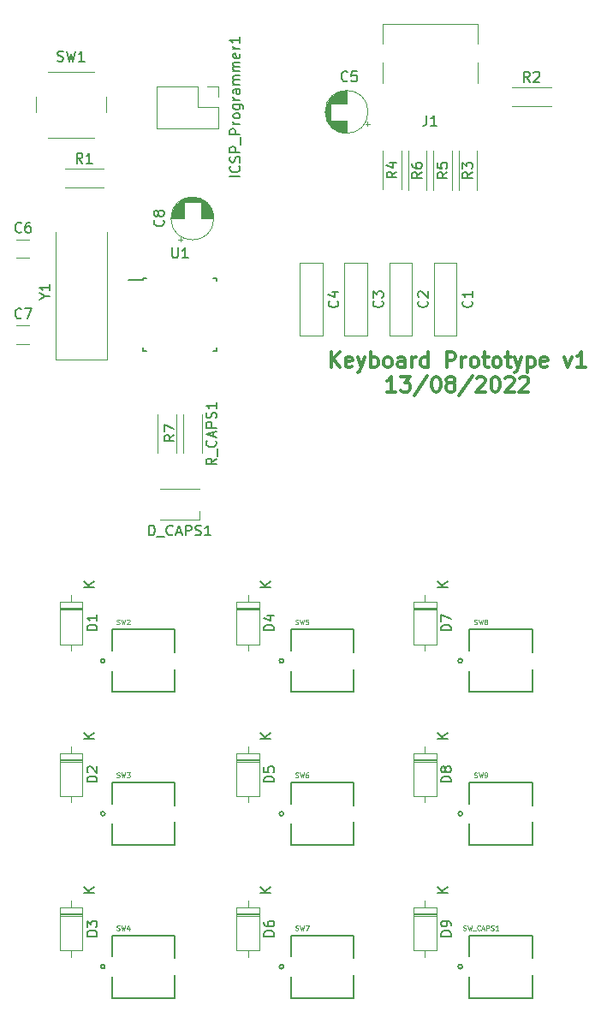
<source format=gto>
G04 #@! TF.GenerationSoftware,KiCad,Pcbnew,(6.0.5)*
G04 #@! TF.CreationDate,2022-08-13T18:19:54+10:00*
G04 #@! TF.ProjectId,test_microcontroller,74657374-5f6d-4696-9372-6f636f6e7472,rev?*
G04 #@! TF.SameCoordinates,Original*
G04 #@! TF.FileFunction,Legend,Top*
G04 #@! TF.FilePolarity,Positive*
%FSLAX46Y46*%
G04 Gerber Fmt 4.6, Leading zero omitted, Abs format (unit mm)*
G04 Created by KiCad (PCBNEW (6.0.5)) date 2022-08-13 18:19:54*
%MOMM*%
%LPD*%
G01*
G04 APERTURE LIST*
%ADD10C,0.300000*%
%ADD11C,0.150000*%
%ADD12C,0.120187*%
%ADD13C,0.120000*%
%ADD14C,0.127000*%
%ADD15C,0.200000*%
%ADD16R,1.600000X1.600000*%
%ADD17O,1.600000X1.600000*%
%ADD18R,1.508000X1.508000*%
%ADD19C,1.508000*%
%ADD20C,1.600000*%
%ADD21C,1.400000*%
%ADD22O,1.400000X1.400000*%
%ADD23R,1.200000X1.200000*%
%ADD24C,1.200000*%
%ADD25R,1.350000X1.350000*%
%ADD26O,1.350000X1.350000*%
%ADD27C,0.650000*%
%ADD28R,0.600000X1.450000*%
%ADD29R,0.300000X1.450000*%
%ADD30O,1.000000X1.600000*%
%ADD31O,1.000000X2.100000*%
%ADD32C,2.000000*%
%ADD33R,1.600000X0.550000*%
%ADD34R,0.550000X1.600000*%
%ADD35R,1.000000X0.800000*%
%ADD36R,2.000000X4.500000*%
G04 APERTURE END LIST*
D10*
X69214285Y-53221071D02*
X69214285Y-51721071D01*
X70071428Y-53221071D02*
X69428571Y-52363928D01*
X70071428Y-51721071D02*
X69214285Y-52578214D01*
X71285714Y-53149642D02*
X71142857Y-53221071D01*
X70857142Y-53221071D01*
X70714285Y-53149642D01*
X70642857Y-53006785D01*
X70642857Y-52435357D01*
X70714285Y-52292500D01*
X70857142Y-52221071D01*
X71142857Y-52221071D01*
X71285714Y-52292500D01*
X71357142Y-52435357D01*
X71357142Y-52578214D01*
X70642857Y-52721071D01*
X71857142Y-52221071D02*
X72214285Y-53221071D01*
X72571428Y-52221071D02*
X72214285Y-53221071D01*
X72071428Y-53578214D01*
X72000000Y-53649642D01*
X71857142Y-53721071D01*
X73142857Y-53221071D02*
X73142857Y-51721071D01*
X73142857Y-52292500D02*
X73285714Y-52221071D01*
X73571428Y-52221071D01*
X73714285Y-52292500D01*
X73785714Y-52363928D01*
X73857142Y-52506785D01*
X73857142Y-52935357D01*
X73785714Y-53078214D01*
X73714285Y-53149642D01*
X73571428Y-53221071D01*
X73285714Y-53221071D01*
X73142857Y-53149642D01*
X74714285Y-53221071D02*
X74571428Y-53149642D01*
X74500000Y-53078214D01*
X74428571Y-52935357D01*
X74428571Y-52506785D01*
X74500000Y-52363928D01*
X74571428Y-52292500D01*
X74714285Y-52221071D01*
X74928571Y-52221071D01*
X75071428Y-52292500D01*
X75142857Y-52363928D01*
X75214285Y-52506785D01*
X75214285Y-52935357D01*
X75142857Y-53078214D01*
X75071428Y-53149642D01*
X74928571Y-53221071D01*
X74714285Y-53221071D01*
X76500000Y-53221071D02*
X76500000Y-52435357D01*
X76428571Y-52292500D01*
X76285714Y-52221071D01*
X76000000Y-52221071D01*
X75857142Y-52292500D01*
X76500000Y-53149642D02*
X76357142Y-53221071D01*
X76000000Y-53221071D01*
X75857142Y-53149642D01*
X75785714Y-53006785D01*
X75785714Y-52863928D01*
X75857142Y-52721071D01*
X76000000Y-52649642D01*
X76357142Y-52649642D01*
X76500000Y-52578214D01*
X77214285Y-53221071D02*
X77214285Y-52221071D01*
X77214285Y-52506785D02*
X77285714Y-52363928D01*
X77357142Y-52292500D01*
X77500000Y-52221071D01*
X77642857Y-52221071D01*
X78785714Y-53221071D02*
X78785714Y-51721071D01*
X78785714Y-53149642D02*
X78642857Y-53221071D01*
X78357142Y-53221071D01*
X78214285Y-53149642D01*
X78142857Y-53078214D01*
X78071428Y-52935357D01*
X78071428Y-52506785D01*
X78142857Y-52363928D01*
X78214285Y-52292500D01*
X78357142Y-52221071D01*
X78642857Y-52221071D01*
X78785714Y-52292500D01*
X80642857Y-53221071D02*
X80642857Y-51721071D01*
X81214285Y-51721071D01*
X81357142Y-51792500D01*
X81428571Y-51863928D01*
X81500000Y-52006785D01*
X81500000Y-52221071D01*
X81428571Y-52363928D01*
X81357142Y-52435357D01*
X81214285Y-52506785D01*
X80642857Y-52506785D01*
X82142857Y-53221071D02*
X82142857Y-52221071D01*
X82142857Y-52506785D02*
X82214285Y-52363928D01*
X82285714Y-52292500D01*
X82428571Y-52221071D01*
X82571428Y-52221071D01*
X83285714Y-53221071D02*
X83142857Y-53149642D01*
X83071428Y-53078214D01*
X83000000Y-52935357D01*
X83000000Y-52506785D01*
X83071428Y-52363928D01*
X83142857Y-52292500D01*
X83285714Y-52221071D01*
X83500000Y-52221071D01*
X83642857Y-52292500D01*
X83714285Y-52363928D01*
X83785714Y-52506785D01*
X83785714Y-52935357D01*
X83714285Y-53078214D01*
X83642857Y-53149642D01*
X83500000Y-53221071D01*
X83285714Y-53221071D01*
X84214285Y-52221071D02*
X84785714Y-52221071D01*
X84428571Y-51721071D02*
X84428571Y-53006785D01*
X84500000Y-53149642D01*
X84642857Y-53221071D01*
X84785714Y-53221071D01*
X85500000Y-53221071D02*
X85357142Y-53149642D01*
X85285714Y-53078214D01*
X85214285Y-52935357D01*
X85214285Y-52506785D01*
X85285714Y-52363928D01*
X85357142Y-52292500D01*
X85500000Y-52221071D01*
X85714285Y-52221071D01*
X85857142Y-52292500D01*
X85928571Y-52363928D01*
X86000000Y-52506785D01*
X86000000Y-52935357D01*
X85928571Y-53078214D01*
X85857142Y-53149642D01*
X85714285Y-53221071D01*
X85500000Y-53221071D01*
X86428571Y-52221071D02*
X87000000Y-52221071D01*
X86642857Y-51721071D02*
X86642857Y-53006785D01*
X86714285Y-53149642D01*
X86857142Y-53221071D01*
X87000000Y-53221071D01*
X87357142Y-52221071D02*
X87714285Y-53221071D01*
X88071428Y-52221071D02*
X87714285Y-53221071D01*
X87571428Y-53578214D01*
X87500000Y-53649642D01*
X87357142Y-53721071D01*
X88642857Y-52221071D02*
X88642857Y-53721071D01*
X88642857Y-52292500D02*
X88785714Y-52221071D01*
X89071428Y-52221071D01*
X89214285Y-52292500D01*
X89285714Y-52363928D01*
X89357142Y-52506785D01*
X89357142Y-52935357D01*
X89285714Y-53078214D01*
X89214285Y-53149642D01*
X89071428Y-53221071D01*
X88785714Y-53221071D01*
X88642857Y-53149642D01*
X90571428Y-53149642D02*
X90428571Y-53221071D01*
X90142857Y-53221071D01*
X90000000Y-53149642D01*
X89928571Y-53006785D01*
X89928571Y-52435357D01*
X90000000Y-52292500D01*
X90142857Y-52221071D01*
X90428571Y-52221071D01*
X90571428Y-52292500D01*
X90642857Y-52435357D01*
X90642857Y-52578214D01*
X89928571Y-52721071D01*
X92285714Y-52221071D02*
X92642857Y-53221071D01*
X93000000Y-52221071D01*
X94357142Y-53221071D02*
X93500000Y-53221071D01*
X93928571Y-53221071D02*
X93928571Y-51721071D01*
X93785714Y-51935357D01*
X93642857Y-52078214D01*
X93500000Y-52149642D01*
X75607142Y-55636071D02*
X74750000Y-55636071D01*
X75178571Y-55636071D02*
X75178571Y-54136071D01*
X75035714Y-54350357D01*
X74892857Y-54493214D01*
X74750000Y-54564642D01*
X76107142Y-54136071D02*
X77035714Y-54136071D01*
X76535714Y-54707500D01*
X76750000Y-54707500D01*
X76892857Y-54778928D01*
X76964285Y-54850357D01*
X77035714Y-54993214D01*
X77035714Y-55350357D01*
X76964285Y-55493214D01*
X76892857Y-55564642D01*
X76750000Y-55636071D01*
X76321428Y-55636071D01*
X76178571Y-55564642D01*
X76107142Y-55493214D01*
X78750000Y-54064642D02*
X77464285Y-55993214D01*
X79535714Y-54136071D02*
X79678571Y-54136071D01*
X79821428Y-54207500D01*
X79892857Y-54278928D01*
X79964285Y-54421785D01*
X80035714Y-54707500D01*
X80035714Y-55064642D01*
X79964285Y-55350357D01*
X79892857Y-55493214D01*
X79821428Y-55564642D01*
X79678571Y-55636071D01*
X79535714Y-55636071D01*
X79392857Y-55564642D01*
X79321428Y-55493214D01*
X79250000Y-55350357D01*
X79178571Y-55064642D01*
X79178571Y-54707500D01*
X79250000Y-54421785D01*
X79321428Y-54278928D01*
X79392857Y-54207500D01*
X79535714Y-54136071D01*
X80892857Y-54778928D02*
X80750000Y-54707500D01*
X80678571Y-54636071D01*
X80607142Y-54493214D01*
X80607142Y-54421785D01*
X80678571Y-54278928D01*
X80750000Y-54207500D01*
X80892857Y-54136071D01*
X81178571Y-54136071D01*
X81321428Y-54207500D01*
X81392857Y-54278928D01*
X81464285Y-54421785D01*
X81464285Y-54493214D01*
X81392857Y-54636071D01*
X81321428Y-54707500D01*
X81178571Y-54778928D01*
X80892857Y-54778928D01*
X80750000Y-54850357D01*
X80678571Y-54921785D01*
X80607142Y-55064642D01*
X80607142Y-55350357D01*
X80678571Y-55493214D01*
X80750000Y-55564642D01*
X80892857Y-55636071D01*
X81178571Y-55636071D01*
X81321428Y-55564642D01*
X81392857Y-55493214D01*
X81464285Y-55350357D01*
X81464285Y-55064642D01*
X81392857Y-54921785D01*
X81321428Y-54850357D01*
X81178571Y-54778928D01*
X83178571Y-54064642D02*
X81892857Y-55993214D01*
X83607142Y-54278928D02*
X83678571Y-54207500D01*
X83821428Y-54136071D01*
X84178571Y-54136071D01*
X84321428Y-54207500D01*
X84392857Y-54278928D01*
X84464285Y-54421785D01*
X84464285Y-54564642D01*
X84392857Y-54778928D01*
X83535714Y-55636071D01*
X84464285Y-55636071D01*
X85392857Y-54136071D02*
X85535714Y-54136071D01*
X85678571Y-54207500D01*
X85750000Y-54278928D01*
X85821428Y-54421785D01*
X85892857Y-54707500D01*
X85892857Y-55064642D01*
X85821428Y-55350357D01*
X85750000Y-55493214D01*
X85678571Y-55564642D01*
X85535714Y-55636071D01*
X85392857Y-55636071D01*
X85250000Y-55564642D01*
X85178571Y-55493214D01*
X85107142Y-55350357D01*
X85035714Y-55064642D01*
X85035714Y-54707500D01*
X85107142Y-54421785D01*
X85178571Y-54278928D01*
X85250000Y-54207500D01*
X85392857Y-54136071D01*
X86464285Y-54278928D02*
X86535714Y-54207500D01*
X86678571Y-54136071D01*
X87035714Y-54136071D01*
X87178571Y-54207500D01*
X87250000Y-54278928D01*
X87321428Y-54421785D01*
X87321428Y-54564642D01*
X87250000Y-54778928D01*
X86392857Y-55636071D01*
X87321428Y-55636071D01*
X87892857Y-54278928D02*
X87964285Y-54207500D01*
X88107142Y-54136071D01*
X88464285Y-54136071D01*
X88607142Y-54207500D01*
X88678571Y-54278928D01*
X88750000Y-54421785D01*
X88750000Y-54564642D01*
X88678571Y-54778928D01*
X87821428Y-55636071D01*
X88750000Y-55636071D01*
D11*
X46072380Y-79238095D02*
X45072380Y-79238095D01*
X45072380Y-79000000D01*
X45120000Y-78857142D01*
X45215238Y-78761904D01*
X45310476Y-78714285D01*
X45500952Y-78666666D01*
X45643809Y-78666666D01*
X45834285Y-78714285D01*
X45929523Y-78761904D01*
X46024761Y-78857142D01*
X46072380Y-79000000D01*
X46072380Y-79238095D01*
X46072380Y-77714285D02*
X46072380Y-78285714D01*
X46072380Y-78000000D02*
X45072380Y-78000000D01*
X45215238Y-78095238D01*
X45310476Y-78190476D01*
X45358095Y-78285714D01*
X45752380Y-74951904D02*
X44752380Y-74951904D01*
X45752380Y-74380476D02*
X45180952Y-74809047D01*
X44752380Y-74380476D02*
X45323809Y-74951904D01*
D12*
X65703668Y-93758852D02*
X65772346Y-93781745D01*
X65886810Y-93781745D01*
X65932596Y-93758852D01*
X65955489Y-93735960D01*
X65978382Y-93690174D01*
X65978382Y-93644388D01*
X65955489Y-93598603D01*
X65932596Y-93575710D01*
X65886810Y-93552817D01*
X65795239Y-93529924D01*
X65749453Y-93507031D01*
X65726561Y-93484139D01*
X65703668Y-93438353D01*
X65703668Y-93392567D01*
X65726561Y-93346782D01*
X65749453Y-93323889D01*
X65795239Y-93300996D01*
X65909703Y-93300996D01*
X65978382Y-93323889D01*
X66138631Y-93300996D02*
X66253095Y-93781745D01*
X66344667Y-93438353D01*
X66436238Y-93781745D01*
X66550702Y-93300996D01*
X66939880Y-93300996D02*
X66848308Y-93300996D01*
X66802523Y-93323889D01*
X66779630Y-93346782D01*
X66733844Y-93415460D01*
X66710951Y-93507031D01*
X66710951Y-93690174D01*
X66733844Y-93735960D01*
X66756737Y-93758852D01*
X66802523Y-93781745D01*
X66894094Y-93781745D01*
X66939880Y-93758852D01*
X66962772Y-93735960D01*
X66985665Y-93690174D01*
X66985665Y-93575710D01*
X66962772Y-93529924D01*
X66939880Y-93507031D01*
X66894094Y-93484139D01*
X66802523Y-93484139D01*
X66756737Y-93507031D01*
X66733844Y-93529924D01*
X66710951Y-93575710D01*
X83379918Y-93758852D02*
X83448596Y-93781745D01*
X83563060Y-93781745D01*
X83608846Y-93758852D01*
X83631739Y-93735960D01*
X83654632Y-93690174D01*
X83654632Y-93644388D01*
X83631739Y-93598603D01*
X83608846Y-93575710D01*
X83563060Y-93552817D01*
X83471489Y-93529924D01*
X83425703Y-93507031D01*
X83402811Y-93484139D01*
X83379918Y-93438353D01*
X83379918Y-93392567D01*
X83402811Y-93346782D01*
X83425703Y-93323889D01*
X83471489Y-93300996D01*
X83585953Y-93300996D01*
X83654632Y-93323889D01*
X83814881Y-93300996D02*
X83929345Y-93781745D01*
X84020917Y-93438353D01*
X84112488Y-93781745D01*
X84226952Y-93300996D01*
X84432987Y-93781745D02*
X84524558Y-93781745D01*
X84570344Y-93758852D01*
X84593237Y-93735960D01*
X84639022Y-93667281D01*
X84661915Y-93575710D01*
X84661915Y-93392567D01*
X84639022Y-93346782D01*
X84616130Y-93323889D01*
X84570344Y-93300996D01*
X84478773Y-93300996D01*
X84432987Y-93323889D01*
X84410094Y-93346782D01*
X84387201Y-93392567D01*
X84387201Y-93507031D01*
X84410094Y-93552817D01*
X84432987Y-93575710D01*
X84478773Y-93598603D01*
X84570344Y-93598603D01*
X84616130Y-93575710D01*
X84639022Y-93552817D01*
X84661915Y-93507031D01*
X65703668Y-78633852D02*
X65772346Y-78656745D01*
X65886810Y-78656745D01*
X65932596Y-78633852D01*
X65955489Y-78610960D01*
X65978382Y-78565174D01*
X65978382Y-78519388D01*
X65955489Y-78473603D01*
X65932596Y-78450710D01*
X65886810Y-78427817D01*
X65795239Y-78404924D01*
X65749453Y-78382031D01*
X65726561Y-78359139D01*
X65703668Y-78313353D01*
X65703668Y-78267567D01*
X65726561Y-78221782D01*
X65749453Y-78198889D01*
X65795239Y-78175996D01*
X65909703Y-78175996D01*
X65978382Y-78198889D01*
X66138631Y-78175996D02*
X66253095Y-78656745D01*
X66344667Y-78313353D01*
X66436238Y-78656745D01*
X66550702Y-78175996D01*
X66962772Y-78175996D02*
X66733844Y-78175996D01*
X66710951Y-78404924D01*
X66733844Y-78382031D01*
X66779630Y-78359139D01*
X66894094Y-78359139D01*
X66939880Y-78382031D01*
X66962772Y-78404924D01*
X66985665Y-78450710D01*
X66985665Y-78565174D01*
X66962772Y-78610960D01*
X66939880Y-78633852D01*
X66894094Y-78656745D01*
X66779630Y-78656745D01*
X66733844Y-78633852D01*
X66710951Y-78610960D01*
X65703668Y-108883852D02*
X65772346Y-108906745D01*
X65886810Y-108906745D01*
X65932596Y-108883852D01*
X65955489Y-108860960D01*
X65978382Y-108815174D01*
X65978382Y-108769388D01*
X65955489Y-108723603D01*
X65932596Y-108700710D01*
X65886810Y-108677817D01*
X65795239Y-108654924D01*
X65749453Y-108632031D01*
X65726561Y-108609139D01*
X65703668Y-108563353D01*
X65703668Y-108517567D01*
X65726561Y-108471782D01*
X65749453Y-108448889D01*
X65795239Y-108425996D01*
X65909703Y-108425996D01*
X65978382Y-108448889D01*
X66138631Y-108425996D02*
X66253095Y-108906745D01*
X66344667Y-108563353D01*
X66436238Y-108906745D01*
X66550702Y-108425996D01*
X66688059Y-108425996D02*
X67008558Y-108425996D01*
X66802523Y-108906745D01*
D11*
X38583333Y-48307142D02*
X38535714Y-48354761D01*
X38392857Y-48402380D01*
X38297619Y-48402380D01*
X38154761Y-48354761D01*
X38059523Y-48259523D01*
X38011904Y-48164285D01*
X37964285Y-47973809D01*
X37964285Y-47830952D01*
X38011904Y-47640476D01*
X38059523Y-47545238D01*
X38154761Y-47450000D01*
X38297619Y-47402380D01*
X38392857Y-47402380D01*
X38535714Y-47450000D01*
X38583333Y-47497619D01*
X38916666Y-47402380D02*
X39583333Y-47402380D01*
X39154761Y-48402380D01*
X63572380Y-79238095D02*
X62572380Y-79238095D01*
X62572380Y-79000000D01*
X62620000Y-78857142D01*
X62715238Y-78761904D01*
X62810476Y-78714285D01*
X63000952Y-78666666D01*
X63143809Y-78666666D01*
X63334285Y-78714285D01*
X63429523Y-78761904D01*
X63524761Y-78857142D01*
X63572380Y-79000000D01*
X63572380Y-79238095D01*
X62905714Y-77809523D02*
X63572380Y-77809523D01*
X62524761Y-78047619D02*
X63239047Y-78285714D01*
X63239047Y-77666666D01*
X63252380Y-74951904D02*
X62252380Y-74951904D01*
X63252380Y-74380476D02*
X62680952Y-74809047D01*
X62252380Y-74380476D02*
X62823809Y-74951904D01*
X88873333Y-24992380D02*
X88540000Y-24516190D01*
X88301904Y-24992380D02*
X88301904Y-23992380D01*
X88682857Y-23992380D01*
X88778095Y-24040000D01*
X88825714Y-24087619D01*
X88873333Y-24182857D01*
X88873333Y-24325714D01*
X88825714Y-24420952D01*
X88778095Y-24468571D01*
X88682857Y-24516190D01*
X88301904Y-24516190D01*
X89254285Y-24087619D02*
X89301904Y-24040000D01*
X89397142Y-23992380D01*
X89635238Y-23992380D01*
X89730476Y-24040000D01*
X89778095Y-24087619D01*
X89825714Y-24182857D01*
X89825714Y-24278095D01*
X89778095Y-24420952D01*
X89206666Y-24992380D01*
X89825714Y-24992380D01*
X83107142Y-46666666D02*
X83154761Y-46714285D01*
X83202380Y-46857142D01*
X83202380Y-46952380D01*
X83154761Y-47095238D01*
X83059523Y-47190476D01*
X82964285Y-47238095D01*
X82773809Y-47285714D01*
X82630952Y-47285714D01*
X82440476Y-47238095D01*
X82345238Y-47190476D01*
X82250000Y-47095238D01*
X82202380Y-46952380D01*
X82202380Y-46857142D01*
X82250000Y-46714285D01*
X82297619Y-46666666D01*
X83202380Y-45714285D02*
X83202380Y-46285714D01*
X83202380Y-46000000D02*
X82202380Y-46000000D01*
X82345238Y-46095238D01*
X82440476Y-46190476D01*
X82488095Y-46285714D01*
X52607142Y-38666666D02*
X52654761Y-38714285D01*
X52702380Y-38857142D01*
X52702380Y-38952380D01*
X52654761Y-39095238D01*
X52559523Y-39190476D01*
X52464285Y-39238095D01*
X52273809Y-39285714D01*
X52130952Y-39285714D01*
X51940476Y-39238095D01*
X51845238Y-39190476D01*
X51750000Y-39095238D01*
X51702380Y-38952380D01*
X51702380Y-38857142D01*
X51750000Y-38714285D01*
X51797619Y-38666666D01*
X52130952Y-38095238D02*
X52083333Y-38190476D01*
X52035714Y-38238095D01*
X51940476Y-38285714D01*
X51892857Y-38285714D01*
X51797619Y-38238095D01*
X51750000Y-38190476D01*
X51702380Y-38095238D01*
X51702380Y-37904761D01*
X51750000Y-37809523D01*
X51797619Y-37761904D01*
X51892857Y-37714285D01*
X51940476Y-37714285D01*
X52035714Y-37761904D01*
X52083333Y-37809523D01*
X52130952Y-37904761D01*
X52130952Y-38095238D01*
X52178571Y-38190476D01*
X52226190Y-38238095D01*
X52321428Y-38285714D01*
X52511904Y-38285714D01*
X52607142Y-38238095D01*
X52654761Y-38190476D01*
X52702380Y-38095238D01*
X52702380Y-37904761D01*
X52654761Y-37809523D01*
X52607142Y-37761904D01*
X52511904Y-37714285D01*
X52321428Y-37714285D01*
X52226190Y-37761904D01*
X52178571Y-37809523D01*
X52130952Y-37904761D01*
X60202380Y-34380952D02*
X59202380Y-34380952D01*
X60107142Y-33333333D02*
X60154761Y-33380952D01*
X60202380Y-33523809D01*
X60202380Y-33619047D01*
X60154761Y-33761904D01*
X60059523Y-33857142D01*
X59964285Y-33904761D01*
X59773809Y-33952380D01*
X59630952Y-33952380D01*
X59440476Y-33904761D01*
X59345238Y-33857142D01*
X59250000Y-33761904D01*
X59202380Y-33619047D01*
X59202380Y-33523809D01*
X59250000Y-33380952D01*
X59297619Y-33333333D01*
X60154761Y-32952380D02*
X60202380Y-32809523D01*
X60202380Y-32571428D01*
X60154761Y-32476190D01*
X60107142Y-32428571D01*
X60011904Y-32380952D01*
X59916666Y-32380952D01*
X59821428Y-32428571D01*
X59773809Y-32476190D01*
X59726190Y-32571428D01*
X59678571Y-32761904D01*
X59630952Y-32857142D01*
X59583333Y-32904761D01*
X59488095Y-32952380D01*
X59392857Y-32952380D01*
X59297619Y-32904761D01*
X59250000Y-32857142D01*
X59202380Y-32761904D01*
X59202380Y-32523809D01*
X59250000Y-32380952D01*
X60202380Y-31952380D02*
X59202380Y-31952380D01*
X59202380Y-31571428D01*
X59250000Y-31476190D01*
X59297619Y-31428571D01*
X59392857Y-31380952D01*
X59535714Y-31380952D01*
X59630952Y-31428571D01*
X59678571Y-31476190D01*
X59726190Y-31571428D01*
X59726190Y-31952380D01*
X60297619Y-31190476D02*
X60297619Y-30428571D01*
X60202380Y-30190476D02*
X59202380Y-30190476D01*
X59202380Y-29809523D01*
X59250000Y-29714285D01*
X59297619Y-29666666D01*
X59392857Y-29619047D01*
X59535714Y-29619047D01*
X59630952Y-29666666D01*
X59678571Y-29714285D01*
X59726190Y-29809523D01*
X59726190Y-30190476D01*
X60202380Y-29190476D02*
X59535714Y-29190476D01*
X59726190Y-29190476D02*
X59630952Y-29142857D01*
X59583333Y-29095238D01*
X59535714Y-29000000D01*
X59535714Y-28904761D01*
X60202380Y-28428571D02*
X60154761Y-28523809D01*
X60107142Y-28571428D01*
X60011904Y-28619047D01*
X59726190Y-28619047D01*
X59630952Y-28571428D01*
X59583333Y-28523809D01*
X59535714Y-28428571D01*
X59535714Y-28285714D01*
X59583333Y-28190476D01*
X59630952Y-28142857D01*
X59726190Y-28095238D01*
X60011904Y-28095238D01*
X60107142Y-28142857D01*
X60154761Y-28190476D01*
X60202380Y-28285714D01*
X60202380Y-28428571D01*
X59535714Y-27238095D02*
X60345238Y-27238095D01*
X60440476Y-27285714D01*
X60488095Y-27333333D01*
X60535714Y-27428571D01*
X60535714Y-27571428D01*
X60488095Y-27666666D01*
X60154761Y-27238095D02*
X60202380Y-27333333D01*
X60202380Y-27523809D01*
X60154761Y-27619047D01*
X60107142Y-27666666D01*
X60011904Y-27714285D01*
X59726190Y-27714285D01*
X59630952Y-27666666D01*
X59583333Y-27619047D01*
X59535714Y-27523809D01*
X59535714Y-27333333D01*
X59583333Y-27238095D01*
X60202380Y-26761904D02*
X59535714Y-26761904D01*
X59726190Y-26761904D02*
X59630952Y-26714285D01*
X59583333Y-26666666D01*
X59535714Y-26571428D01*
X59535714Y-26476190D01*
X60202380Y-25714285D02*
X59678571Y-25714285D01*
X59583333Y-25761904D01*
X59535714Y-25857142D01*
X59535714Y-26047619D01*
X59583333Y-26142857D01*
X60154761Y-25714285D02*
X60202380Y-25809523D01*
X60202380Y-26047619D01*
X60154761Y-26142857D01*
X60059523Y-26190476D01*
X59964285Y-26190476D01*
X59869047Y-26142857D01*
X59821428Y-26047619D01*
X59821428Y-25809523D01*
X59773809Y-25714285D01*
X60202380Y-25238095D02*
X59535714Y-25238095D01*
X59630952Y-25238095D02*
X59583333Y-25190476D01*
X59535714Y-25095238D01*
X59535714Y-24952380D01*
X59583333Y-24857142D01*
X59678571Y-24809523D01*
X60202380Y-24809523D01*
X59678571Y-24809523D02*
X59583333Y-24761904D01*
X59535714Y-24666666D01*
X59535714Y-24523809D01*
X59583333Y-24428571D01*
X59678571Y-24380952D01*
X60202380Y-24380952D01*
X60202380Y-23904761D02*
X59535714Y-23904761D01*
X59630952Y-23904761D02*
X59583333Y-23857142D01*
X59535714Y-23761904D01*
X59535714Y-23619047D01*
X59583333Y-23523809D01*
X59678571Y-23476190D01*
X60202380Y-23476190D01*
X59678571Y-23476190D02*
X59583333Y-23428571D01*
X59535714Y-23333333D01*
X59535714Y-23190476D01*
X59583333Y-23095238D01*
X59678571Y-23047619D01*
X60202380Y-23047619D01*
X60154761Y-22190476D02*
X60202380Y-22285714D01*
X60202380Y-22476190D01*
X60154761Y-22571428D01*
X60059523Y-22619047D01*
X59678571Y-22619047D01*
X59583333Y-22571428D01*
X59535714Y-22476190D01*
X59535714Y-22285714D01*
X59583333Y-22190476D01*
X59678571Y-22142857D01*
X59773809Y-22142857D01*
X59869047Y-22619047D01*
X60202380Y-21714285D02*
X59535714Y-21714285D01*
X59726190Y-21714285D02*
X59630952Y-21666666D01*
X59583333Y-21619047D01*
X59535714Y-21523809D01*
X59535714Y-21428571D01*
X60202380Y-20571428D02*
X60202380Y-21142857D01*
X60202380Y-20857142D02*
X59202380Y-20857142D01*
X59345238Y-20952380D01*
X59440476Y-21047619D01*
X59488095Y-21142857D01*
X44623333Y-33032380D02*
X44290000Y-32556190D01*
X44051904Y-33032380D02*
X44051904Y-32032380D01*
X44432857Y-32032380D01*
X44528095Y-32080000D01*
X44575714Y-32127619D01*
X44623333Y-32222857D01*
X44623333Y-32365714D01*
X44575714Y-32460952D01*
X44528095Y-32508571D01*
X44432857Y-32556190D01*
X44051904Y-32556190D01*
X45575714Y-33032380D02*
X45004285Y-33032380D01*
X45290000Y-33032380D02*
X45290000Y-32032380D01*
X45194761Y-32175238D01*
X45099523Y-32270476D01*
X45004285Y-32318095D01*
X74273810Y-46666666D02*
X74321429Y-46714285D01*
X74369048Y-46857142D01*
X74369048Y-46952380D01*
X74321429Y-47095238D01*
X74226191Y-47190476D01*
X74130953Y-47238095D01*
X73940477Y-47285714D01*
X73797620Y-47285714D01*
X73607144Y-47238095D01*
X73511906Y-47190476D01*
X73416668Y-47095238D01*
X73369048Y-46952380D01*
X73369048Y-46857142D01*
X73416668Y-46714285D01*
X73464287Y-46666666D01*
X73369048Y-46333333D02*
X73369048Y-45714285D01*
X73750001Y-46047619D01*
X73750001Y-45904761D01*
X73797620Y-45809523D01*
X73845239Y-45761904D01*
X73940477Y-45714285D01*
X74178572Y-45714285D01*
X74273810Y-45761904D01*
X74321429Y-45809523D01*
X74369048Y-45904761D01*
X74369048Y-46190476D01*
X74321429Y-46285714D01*
X74273810Y-46333333D01*
X80702380Y-33916666D02*
X80226190Y-34250000D01*
X80702380Y-34488095D02*
X79702380Y-34488095D01*
X79702380Y-34107142D01*
X79750000Y-34011904D01*
X79797619Y-33964285D01*
X79892857Y-33916666D01*
X80035714Y-33916666D01*
X80130952Y-33964285D01*
X80178571Y-34011904D01*
X80226190Y-34107142D01*
X80226190Y-34488095D01*
X79702380Y-33011904D02*
X79702380Y-33488095D01*
X80178571Y-33535714D01*
X80130952Y-33488095D01*
X80083333Y-33392857D01*
X80083333Y-33154761D01*
X80130952Y-33059523D01*
X80178571Y-33011904D01*
X80273809Y-32964285D01*
X80511904Y-32964285D01*
X80607142Y-33011904D01*
X80654761Y-33059523D01*
X80702380Y-33154761D01*
X80702380Y-33392857D01*
X80654761Y-33488095D01*
X80607142Y-33535714D01*
X78666666Y-28307380D02*
X78666666Y-29021666D01*
X78619047Y-29164523D01*
X78523809Y-29259761D01*
X78380952Y-29307380D01*
X78285714Y-29307380D01*
X79666666Y-29307380D02*
X79095238Y-29307380D01*
X79380952Y-29307380D02*
X79380952Y-28307380D01*
X79285714Y-28450238D01*
X79190476Y-28545476D01*
X79095238Y-28593095D01*
X81072380Y-109488095D02*
X80072380Y-109488095D01*
X80072380Y-109250000D01*
X80120000Y-109107142D01*
X80215238Y-109011904D01*
X80310476Y-108964285D01*
X80500952Y-108916666D01*
X80643809Y-108916666D01*
X80834285Y-108964285D01*
X80929523Y-109011904D01*
X81024761Y-109107142D01*
X81072380Y-109250000D01*
X81072380Y-109488095D01*
X81072380Y-108440476D02*
X81072380Y-108250000D01*
X81024761Y-108154761D01*
X80977142Y-108107142D01*
X80834285Y-108011904D01*
X80643809Y-107964285D01*
X80262857Y-107964285D01*
X80167619Y-108011904D01*
X80120000Y-108059523D01*
X80072380Y-108154761D01*
X80072380Y-108345238D01*
X80120000Y-108440476D01*
X80167619Y-108488095D01*
X80262857Y-108535714D01*
X80500952Y-108535714D01*
X80596190Y-108488095D01*
X80643809Y-108440476D01*
X80691428Y-108345238D01*
X80691428Y-108154761D01*
X80643809Y-108059523D01*
X80596190Y-108011904D01*
X80500952Y-107964285D01*
X80752380Y-105201904D02*
X79752380Y-105201904D01*
X80752380Y-104630476D02*
X80180952Y-105059047D01*
X79752380Y-104630476D02*
X80323809Y-105201904D01*
X75702380Y-33876666D02*
X75226190Y-34210000D01*
X75702380Y-34448095D02*
X74702380Y-34448095D01*
X74702380Y-34067142D01*
X74750000Y-33971904D01*
X74797619Y-33924285D01*
X74892857Y-33876666D01*
X75035714Y-33876666D01*
X75130952Y-33924285D01*
X75178571Y-33971904D01*
X75226190Y-34067142D01*
X75226190Y-34448095D01*
X75035714Y-33019523D02*
X75702380Y-33019523D01*
X74654761Y-33257619D02*
X75369047Y-33495714D01*
X75369047Y-32876666D01*
D12*
X48027418Y-78633852D02*
X48096096Y-78656745D01*
X48210560Y-78656745D01*
X48256346Y-78633852D01*
X48279239Y-78610960D01*
X48302132Y-78565174D01*
X48302132Y-78519388D01*
X48279239Y-78473603D01*
X48256346Y-78450710D01*
X48210560Y-78427817D01*
X48118989Y-78404924D01*
X48073203Y-78382031D01*
X48050311Y-78359139D01*
X48027418Y-78313353D01*
X48027418Y-78267567D01*
X48050311Y-78221782D01*
X48073203Y-78198889D01*
X48118989Y-78175996D01*
X48233453Y-78175996D01*
X48302132Y-78198889D01*
X48462381Y-78175996D02*
X48576845Y-78656745D01*
X48668417Y-78313353D01*
X48759988Y-78656745D01*
X48874452Y-78175996D01*
X49034701Y-78221782D02*
X49057594Y-78198889D01*
X49103380Y-78175996D01*
X49217844Y-78175996D01*
X49263630Y-78198889D01*
X49286522Y-78221782D01*
X49309415Y-78267567D01*
X49309415Y-78313353D01*
X49286522Y-78382031D01*
X49011809Y-78656745D01*
X49309415Y-78656745D01*
D11*
X42166666Y-22904761D02*
X42309523Y-22952380D01*
X42547619Y-22952380D01*
X42642857Y-22904761D01*
X42690476Y-22857142D01*
X42738095Y-22761904D01*
X42738095Y-22666666D01*
X42690476Y-22571428D01*
X42642857Y-22523809D01*
X42547619Y-22476190D01*
X42357142Y-22428571D01*
X42261904Y-22380952D01*
X42214285Y-22333333D01*
X42166666Y-22238095D01*
X42166666Y-22142857D01*
X42214285Y-22047619D01*
X42261904Y-22000000D01*
X42357142Y-21952380D01*
X42595238Y-21952380D01*
X42738095Y-22000000D01*
X43071428Y-21952380D02*
X43309523Y-22952380D01*
X43500000Y-22238095D01*
X43690476Y-22952380D01*
X43928571Y-21952380D01*
X44833333Y-22952380D02*
X44261904Y-22952380D01*
X44547619Y-22952380D02*
X44547619Y-21952380D01*
X44452380Y-22095238D01*
X44357142Y-22190476D01*
X44261904Y-22238095D01*
X53488095Y-41402380D02*
X53488095Y-42211904D01*
X53535714Y-42307142D01*
X53583333Y-42354761D01*
X53678571Y-42402380D01*
X53869047Y-42402380D01*
X53964285Y-42354761D01*
X54011904Y-42307142D01*
X54059523Y-42211904D01*
X54059523Y-41402380D01*
X55059523Y-42402380D02*
X54488095Y-42402380D01*
X54773809Y-42402380D02*
X54773809Y-41402380D01*
X54678571Y-41545238D01*
X54583333Y-41640476D01*
X54488095Y-41688095D01*
D12*
X83379918Y-78633852D02*
X83448596Y-78656745D01*
X83563060Y-78656745D01*
X83608846Y-78633852D01*
X83631739Y-78610960D01*
X83654632Y-78565174D01*
X83654632Y-78519388D01*
X83631739Y-78473603D01*
X83608846Y-78450710D01*
X83563060Y-78427817D01*
X83471489Y-78404924D01*
X83425703Y-78382031D01*
X83402811Y-78359139D01*
X83379918Y-78313353D01*
X83379918Y-78267567D01*
X83402811Y-78221782D01*
X83425703Y-78198889D01*
X83471489Y-78175996D01*
X83585953Y-78175996D01*
X83654632Y-78198889D01*
X83814881Y-78175996D02*
X83929345Y-78656745D01*
X84020917Y-78313353D01*
X84112488Y-78656745D01*
X84226952Y-78175996D01*
X84478773Y-78382031D02*
X84432987Y-78359139D01*
X84410094Y-78336246D01*
X84387201Y-78290460D01*
X84387201Y-78267567D01*
X84410094Y-78221782D01*
X84432987Y-78198889D01*
X84478773Y-78175996D01*
X84570344Y-78175996D01*
X84616130Y-78198889D01*
X84639022Y-78221782D01*
X84661915Y-78267567D01*
X84661915Y-78290460D01*
X84639022Y-78336246D01*
X84616130Y-78359139D01*
X84570344Y-78382031D01*
X84478773Y-78382031D01*
X84432987Y-78404924D01*
X84410094Y-78427817D01*
X84387201Y-78473603D01*
X84387201Y-78565174D01*
X84410094Y-78610960D01*
X84432987Y-78633852D01*
X84478773Y-78656745D01*
X84570344Y-78656745D01*
X84616130Y-78633852D01*
X84639022Y-78610960D01*
X84661915Y-78565174D01*
X84661915Y-78473603D01*
X84639022Y-78427817D01*
X84616130Y-78404924D01*
X84570344Y-78382031D01*
D11*
X70833333Y-24857142D02*
X70785714Y-24904761D01*
X70642857Y-24952380D01*
X70547619Y-24952380D01*
X70404761Y-24904761D01*
X70309523Y-24809523D01*
X70261904Y-24714285D01*
X70214285Y-24523809D01*
X70214285Y-24380952D01*
X70261904Y-24190476D01*
X70309523Y-24095238D01*
X70404761Y-24000000D01*
X70547619Y-23952380D01*
X70642857Y-23952380D01*
X70785714Y-24000000D01*
X70833333Y-24047619D01*
X71738095Y-23952380D02*
X71261904Y-23952380D01*
X71214285Y-24428571D01*
X71261904Y-24380952D01*
X71357142Y-24333333D01*
X71595238Y-24333333D01*
X71690476Y-24380952D01*
X71738095Y-24428571D01*
X71785714Y-24523809D01*
X71785714Y-24761904D01*
X71738095Y-24857142D01*
X71690476Y-24904761D01*
X71595238Y-24952380D01*
X71357142Y-24952380D01*
X71261904Y-24904761D01*
X71214285Y-24857142D01*
X78202380Y-33916666D02*
X77726190Y-34250000D01*
X78202380Y-34488095D02*
X77202380Y-34488095D01*
X77202380Y-34107142D01*
X77250000Y-34011904D01*
X77297619Y-33964285D01*
X77392857Y-33916666D01*
X77535714Y-33916666D01*
X77630952Y-33964285D01*
X77678571Y-34011904D01*
X77726190Y-34107142D01*
X77726190Y-34488095D01*
X77202380Y-33059523D02*
X77202380Y-33250000D01*
X77250000Y-33345238D01*
X77297619Y-33392857D01*
X77440476Y-33488095D01*
X77630952Y-33535714D01*
X78011904Y-33535714D01*
X78107142Y-33488095D01*
X78154761Y-33440476D01*
X78202380Y-33345238D01*
X78202380Y-33154761D01*
X78154761Y-33059523D01*
X78107142Y-33011904D01*
X78011904Y-32964285D01*
X77773809Y-32964285D01*
X77678571Y-33011904D01*
X77630952Y-33059523D01*
X77583333Y-33154761D01*
X77583333Y-33345238D01*
X77630952Y-33440476D01*
X77678571Y-33488095D01*
X77773809Y-33535714D01*
X83202380Y-33916666D02*
X82726190Y-34250000D01*
X83202380Y-34488095D02*
X82202380Y-34488095D01*
X82202380Y-34107142D01*
X82250000Y-34011904D01*
X82297619Y-33964285D01*
X82392857Y-33916666D01*
X82535714Y-33916666D01*
X82630952Y-33964285D01*
X82678571Y-34011904D01*
X82726190Y-34107142D01*
X82726190Y-34488095D01*
X82202380Y-33583333D02*
X82202380Y-32964285D01*
X82583333Y-33297619D01*
X82583333Y-33154761D01*
X82630952Y-33059523D01*
X82678571Y-33011904D01*
X82773809Y-32964285D01*
X83011904Y-32964285D01*
X83107142Y-33011904D01*
X83154761Y-33059523D01*
X83202380Y-33154761D01*
X83202380Y-33440476D01*
X83154761Y-33535714D01*
X83107142Y-33583333D01*
X51226190Y-69852380D02*
X51226190Y-68852380D01*
X51464285Y-68852380D01*
X51607142Y-68900000D01*
X51702380Y-68995238D01*
X51750000Y-69090476D01*
X51797619Y-69280952D01*
X51797619Y-69423809D01*
X51750000Y-69614285D01*
X51702380Y-69709523D01*
X51607142Y-69804761D01*
X51464285Y-69852380D01*
X51226190Y-69852380D01*
X51988095Y-69947619D02*
X52750000Y-69947619D01*
X53559523Y-69757142D02*
X53511904Y-69804761D01*
X53369047Y-69852380D01*
X53273809Y-69852380D01*
X53130952Y-69804761D01*
X53035714Y-69709523D01*
X52988095Y-69614285D01*
X52940476Y-69423809D01*
X52940476Y-69280952D01*
X52988095Y-69090476D01*
X53035714Y-68995238D01*
X53130952Y-68900000D01*
X53273809Y-68852380D01*
X53369047Y-68852380D01*
X53511904Y-68900000D01*
X53559523Y-68947619D01*
X53940476Y-69566666D02*
X54416666Y-69566666D01*
X53845238Y-69852380D02*
X54178571Y-68852380D01*
X54511904Y-69852380D01*
X54845238Y-69852380D02*
X54845238Y-68852380D01*
X55226190Y-68852380D01*
X55321428Y-68900000D01*
X55369047Y-68947619D01*
X55416666Y-69042857D01*
X55416666Y-69185714D01*
X55369047Y-69280952D01*
X55321428Y-69328571D01*
X55226190Y-69376190D01*
X54845238Y-69376190D01*
X55797619Y-69804761D02*
X55940476Y-69852380D01*
X56178571Y-69852380D01*
X56273809Y-69804761D01*
X56321428Y-69757142D01*
X56369047Y-69661904D01*
X56369047Y-69566666D01*
X56321428Y-69471428D01*
X56273809Y-69423809D01*
X56178571Y-69376190D01*
X55988095Y-69328571D01*
X55892857Y-69280952D01*
X55845238Y-69233333D01*
X55797619Y-69138095D01*
X55797619Y-69042857D01*
X55845238Y-68947619D01*
X55892857Y-68900000D01*
X55988095Y-68852380D01*
X56226190Y-68852380D01*
X56369047Y-68900000D01*
X57321428Y-69852380D02*
X56750000Y-69852380D01*
X57035714Y-69852380D02*
X57035714Y-68852380D01*
X56940476Y-68995238D01*
X56845238Y-69090476D01*
X56750000Y-69138095D01*
D12*
X48027418Y-108883852D02*
X48096096Y-108906745D01*
X48210560Y-108906745D01*
X48256346Y-108883852D01*
X48279239Y-108860960D01*
X48302132Y-108815174D01*
X48302132Y-108769388D01*
X48279239Y-108723603D01*
X48256346Y-108700710D01*
X48210560Y-108677817D01*
X48118989Y-108654924D01*
X48073203Y-108632031D01*
X48050311Y-108609139D01*
X48027418Y-108563353D01*
X48027418Y-108517567D01*
X48050311Y-108471782D01*
X48073203Y-108448889D01*
X48118989Y-108425996D01*
X48233453Y-108425996D01*
X48302132Y-108448889D01*
X48462381Y-108425996D02*
X48576845Y-108906745D01*
X48668417Y-108563353D01*
X48759988Y-108906745D01*
X48874452Y-108425996D01*
X49263630Y-108586246D02*
X49263630Y-108906745D01*
X49149166Y-108403103D02*
X49034701Y-108746496D01*
X49332308Y-108746496D01*
D11*
X53702380Y-59916666D02*
X53226190Y-60250000D01*
X53702380Y-60488095D02*
X52702380Y-60488095D01*
X52702380Y-60107142D01*
X52750000Y-60011904D01*
X52797619Y-59964285D01*
X52892857Y-59916666D01*
X53035714Y-59916666D01*
X53130952Y-59964285D01*
X53178571Y-60011904D01*
X53226190Y-60107142D01*
X53226190Y-60488095D01*
X52702380Y-59583333D02*
X52702380Y-58916666D01*
X53702380Y-59345238D01*
X46072380Y-94238095D02*
X45072380Y-94238095D01*
X45072380Y-94000000D01*
X45120000Y-93857142D01*
X45215238Y-93761904D01*
X45310476Y-93714285D01*
X45500952Y-93666666D01*
X45643809Y-93666666D01*
X45834285Y-93714285D01*
X45929523Y-93761904D01*
X46024761Y-93857142D01*
X46072380Y-94000000D01*
X46072380Y-94238095D01*
X45167619Y-93285714D02*
X45120000Y-93238095D01*
X45072380Y-93142857D01*
X45072380Y-92904761D01*
X45120000Y-92809523D01*
X45167619Y-92761904D01*
X45262857Y-92714285D01*
X45358095Y-92714285D01*
X45500952Y-92761904D01*
X46072380Y-93333333D01*
X46072380Y-92714285D01*
X45752380Y-89951904D02*
X44752380Y-89951904D01*
X45752380Y-89380476D02*
X45180952Y-89809047D01*
X44752380Y-89380476D02*
X45323809Y-89951904D01*
D12*
X48027418Y-93758852D02*
X48096096Y-93781745D01*
X48210560Y-93781745D01*
X48256346Y-93758852D01*
X48279239Y-93735960D01*
X48302132Y-93690174D01*
X48302132Y-93644388D01*
X48279239Y-93598603D01*
X48256346Y-93575710D01*
X48210560Y-93552817D01*
X48118989Y-93529924D01*
X48073203Y-93507031D01*
X48050311Y-93484139D01*
X48027418Y-93438353D01*
X48027418Y-93392567D01*
X48050311Y-93346782D01*
X48073203Y-93323889D01*
X48118989Y-93300996D01*
X48233453Y-93300996D01*
X48302132Y-93323889D01*
X48462381Y-93300996D02*
X48576845Y-93781745D01*
X48668417Y-93438353D01*
X48759988Y-93781745D01*
X48874452Y-93300996D01*
X49011809Y-93300996D02*
X49309415Y-93300996D01*
X49149166Y-93484139D01*
X49217844Y-93484139D01*
X49263630Y-93507031D01*
X49286522Y-93529924D01*
X49309415Y-93575710D01*
X49309415Y-93690174D01*
X49286522Y-93735960D01*
X49263630Y-93758852D01*
X49217844Y-93781745D01*
X49080487Y-93781745D01*
X49034701Y-93758852D01*
X49011809Y-93735960D01*
X82281063Y-108883852D02*
X82349741Y-108906745D01*
X82464205Y-108906745D01*
X82509991Y-108883852D01*
X82532884Y-108860960D01*
X82555777Y-108815174D01*
X82555777Y-108769388D01*
X82532884Y-108723603D01*
X82509991Y-108700710D01*
X82464205Y-108677817D01*
X82372634Y-108654924D01*
X82326849Y-108632031D01*
X82303956Y-108609139D01*
X82281063Y-108563353D01*
X82281063Y-108517567D01*
X82303956Y-108471782D01*
X82326849Y-108448889D01*
X82372634Y-108425996D01*
X82487098Y-108425996D01*
X82555777Y-108448889D01*
X82716026Y-108425996D02*
X82830490Y-108906745D01*
X82922062Y-108563353D01*
X83013633Y-108906745D01*
X83128097Y-108425996D01*
X83196775Y-108952531D02*
X83563060Y-108952531D01*
X83952238Y-108860960D02*
X83929345Y-108883852D01*
X83860667Y-108906745D01*
X83814881Y-108906745D01*
X83746203Y-108883852D01*
X83700417Y-108838067D01*
X83677524Y-108792281D01*
X83654632Y-108700710D01*
X83654632Y-108632031D01*
X83677524Y-108540460D01*
X83700417Y-108494675D01*
X83746203Y-108448889D01*
X83814881Y-108425996D01*
X83860667Y-108425996D01*
X83929345Y-108448889D01*
X83952238Y-108471782D01*
X84135381Y-108769388D02*
X84364309Y-108769388D01*
X84089595Y-108906745D02*
X84249845Y-108425996D01*
X84410094Y-108906745D01*
X84570344Y-108906745D02*
X84570344Y-108425996D01*
X84753486Y-108425996D01*
X84799272Y-108448889D01*
X84822165Y-108471782D01*
X84845058Y-108517567D01*
X84845058Y-108586246D01*
X84822165Y-108632031D01*
X84799272Y-108654924D01*
X84753486Y-108677817D01*
X84570344Y-108677817D01*
X85028200Y-108883852D02*
X85096879Y-108906745D01*
X85211343Y-108906745D01*
X85257128Y-108883852D01*
X85280021Y-108860960D01*
X85302914Y-108815174D01*
X85302914Y-108769388D01*
X85280021Y-108723603D01*
X85257128Y-108700710D01*
X85211343Y-108677817D01*
X85119771Y-108654924D01*
X85073986Y-108632031D01*
X85051093Y-108609139D01*
X85028200Y-108563353D01*
X85028200Y-108517567D01*
X85051093Y-108471782D01*
X85073986Y-108448889D01*
X85119771Y-108425996D01*
X85234235Y-108425996D01*
X85302914Y-108448889D01*
X85760770Y-108906745D02*
X85486056Y-108906745D01*
X85623413Y-108906745D02*
X85623413Y-108425996D01*
X85577628Y-108494675D01*
X85531842Y-108540460D01*
X85486056Y-108563353D01*
D11*
X38583333Y-39807142D02*
X38535714Y-39854761D01*
X38392857Y-39902380D01*
X38297619Y-39902380D01*
X38154761Y-39854761D01*
X38059523Y-39759523D01*
X38011904Y-39664285D01*
X37964285Y-39473809D01*
X37964285Y-39330952D01*
X38011904Y-39140476D01*
X38059523Y-39045238D01*
X38154761Y-38950000D01*
X38297619Y-38902380D01*
X38392857Y-38902380D01*
X38535714Y-38950000D01*
X38583333Y-38997619D01*
X39440476Y-38902380D02*
X39250000Y-38902380D01*
X39154761Y-38950000D01*
X39107142Y-38997619D01*
X39011904Y-39140476D01*
X38964285Y-39330952D01*
X38964285Y-39711904D01*
X39011904Y-39807142D01*
X39059523Y-39854761D01*
X39154761Y-39902380D01*
X39345238Y-39902380D01*
X39440476Y-39854761D01*
X39488095Y-39807142D01*
X39535714Y-39711904D01*
X39535714Y-39473809D01*
X39488095Y-39378571D01*
X39440476Y-39330952D01*
X39345238Y-39283333D01*
X39154761Y-39283333D01*
X39059523Y-39330952D01*
X39011904Y-39378571D01*
X38964285Y-39473809D01*
X46072380Y-109488095D02*
X45072380Y-109488095D01*
X45072380Y-109250000D01*
X45120000Y-109107142D01*
X45215238Y-109011904D01*
X45310476Y-108964285D01*
X45500952Y-108916666D01*
X45643809Y-108916666D01*
X45834285Y-108964285D01*
X45929523Y-109011904D01*
X46024761Y-109107142D01*
X46072380Y-109250000D01*
X46072380Y-109488095D01*
X45072380Y-108583333D02*
X45072380Y-107964285D01*
X45453333Y-108297619D01*
X45453333Y-108154761D01*
X45500952Y-108059523D01*
X45548571Y-108011904D01*
X45643809Y-107964285D01*
X45881904Y-107964285D01*
X45977142Y-108011904D01*
X46024761Y-108059523D01*
X46072380Y-108154761D01*
X46072380Y-108440476D01*
X46024761Y-108535714D01*
X45977142Y-108583333D01*
X45752380Y-105201904D02*
X44752380Y-105201904D01*
X45752380Y-104630476D02*
X45180952Y-105059047D01*
X44752380Y-104630476D02*
X45323809Y-105201904D01*
X78690476Y-46666666D02*
X78738095Y-46714285D01*
X78785714Y-46857142D01*
X78785714Y-46952380D01*
X78738095Y-47095238D01*
X78642857Y-47190476D01*
X78547619Y-47238095D01*
X78357143Y-47285714D01*
X78214286Y-47285714D01*
X78023810Y-47238095D01*
X77928572Y-47190476D01*
X77833334Y-47095238D01*
X77785714Y-46952380D01*
X77785714Y-46857142D01*
X77833334Y-46714285D01*
X77880953Y-46666666D01*
X77880953Y-46285714D02*
X77833334Y-46238095D01*
X77785714Y-46142857D01*
X77785714Y-45904761D01*
X77833334Y-45809523D01*
X77880953Y-45761904D01*
X77976191Y-45714285D01*
X78071429Y-45714285D01*
X78214286Y-45761904D01*
X78785714Y-46333333D01*
X78785714Y-45714285D01*
X81072380Y-94238095D02*
X80072380Y-94238095D01*
X80072380Y-94000000D01*
X80120000Y-93857142D01*
X80215238Y-93761904D01*
X80310476Y-93714285D01*
X80500952Y-93666666D01*
X80643809Y-93666666D01*
X80834285Y-93714285D01*
X80929523Y-93761904D01*
X81024761Y-93857142D01*
X81072380Y-94000000D01*
X81072380Y-94238095D01*
X80500952Y-93095238D02*
X80453333Y-93190476D01*
X80405714Y-93238095D01*
X80310476Y-93285714D01*
X80262857Y-93285714D01*
X80167619Y-93238095D01*
X80120000Y-93190476D01*
X80072380Y-93095238D01*
X80072380Y-92904761D01*
X80120000Y-92809523D01*
X80167619Y-92761904D01*
X80262857Y-92714285D01*
X80310476Y-92714285D01*
X80405714Y-92761904D01*
X80453333Y-92809523D01*
X80500952Y-92904761D01*
X80500952Y-93095238D01*
X80548571Y-93190476D01*
X80596190Y-93238095D01*
X80691428Y-93285714D01*
X80881904Y-93285714D01*
X80977142Y-93238095D01*
X81024761Y-93190476D01*
X81072380Y-93095238D01*
X81072380Y-92904761D01*
X81024761Y-92809523D01*
X80977142Y-92761904D01*
X80881904Y-92714285D01*
X80691428Y-92714285D01*
X80596190Y-92761904D01*
X80548571Y-92809523D01*
X80500952Y-92904761D01*
X80752380Y-89951904D02*
X79752380Y-89951904D01*
X80752380Y-89380476D02*
X80180952Y-89809047D01*
X79752380Y-89380476D02*
X80323809Y-89951904D01*
X63572380Y-94238095D02*
X62572380Y-94238095D01*
X62572380Y-94000000D01*
X62620000Y-93857142D01*
X62715238Y-93761904D01*
X62810476Y-93714285D01*
X63000952Y-93666666D01*
X63143809Y-93666666D01*
X63334285Y-93714285D01*
X63429523Y-93761904D01*
X63524761Y-93857142D01*
X63572380Y-94000000D01*
X63572380Y-94238095D01*
X62572380Y-92761904D02*
X62572380Y-93238095D01*
X63048571Y-93285714D01*
X63000952Y-93238095D01*
X62953333Y-93142857D01*
X62953333Y-92904761D01*
X63000952Y-92809523D01*
X63048571Y-92761904D01*
X63143809Y-92714285D01*
X63381904Y-92714285D01*
X63477142Y-92761904D01*
X63524761Y-92809523D01*
X63572380Y-92904761D01*
X63572380Y-93142857D01*
X63524761Y-93238095D01*
X63477142Y-93285714D01*
X63252380Y-89951904D02*
X62252380Y-89951904D01*
X63252380Y-89380476D02*
X62680952Y-89809047D01*
X62252380Y-89380476D02*
X62823809Y-89951904D01*
X63572380Y-109488095D02*
X62572380Y-109488095D01*
X62572380Y-109250000D01*
X62620000Y-109107142D01*
X62715238Y-109011904D01*
X62810476Y-108964285D01*
X63000952Y-108916666D01*
X63143809Y-108916666D01*
X63334285Y-108964285D01*
X63429523Y-109011904D01*
X63524761Y-109107142D01*
X63572380Y-109250000D01*
X63572380Y-109488095D01*
X62572380Y-108059523D02*
X62572380Y-108250000D01*
X62620000Y-108345238D01*
X62667619Y-108392857D01*
X62810476Y-108488095D01*
X63000952Y-108535714D01*
X63381904Y-108535714D01*
X63477142Y-108488095D01*
X63524761Y-108440476D01*
X63572380Y-108345238D01*
X63572380Y-108154761D01*
X63524761Y-108059523D01*
X63477142Y-108011904D01*
X63381904Y-107964285D01*
X63143809Y-107964285D01*
X63048571Y-108011904D01*
X63000952Y-108059523D01*
X62953333Y-108154761D01*
X62953333Y-108345238D01*
X63000952Y-108440476D01*
X63048571Y-108488095D01*
X63143809Y-108535714D01*
X63252380Y-105201904D02*
X62252380Y-105201904D01*
X63252380Y-104630476D02*
X62680952Y-105059047D01*
X62252380Y-104630476D02*
X62823809Y-105201904D01*
X81072380Y-79238095D02*
X80072380Y-79238095D01*
X80072380Y-79000000D01*
X80120000Y-78857142D01*
X80215238Y-78761904D01*
X80310476Y-78714285D01*
X80500952Y-78666666D01*
X80643809Y-78666666D01*
X80834285Y-78714285D01*
X80929523Y-78761904D01*
X81024761Y-78857142D01*
X81072380Y-79000000D01*
X81072380Y-79238095D01*
X80072380Y-78333333D02*
X80072380Y-77666666D01*
X81072380Y-78095238D01*
X80752380Y-74951904D02*
X79752380Y-74951904D01*
X80752380Y-74380476D02*
X80180952Y-74809047D01*
X79752380Y-74380476D02*
X80323809Y-74951904D01*
X40926190Y-46226190D02*
X41402380Y-46226190D01*
X40402380Y-46559523D02*
X40926190Y-46226190D01*
X40402380Y-45892857D01*
X41402380Y-45035714D02*
X41402380Y-45607142D01*
X41402380Y-45321428D02*
X40402380Y-45321428D01*
X40545238Y-45416666D01*
X40640476Y-45511904D01*
X40688095Y-45607142D01*
X57872380Y-62242380D02*
X57396190Y-62575714D01*
X57872380Y-62813809D02*
X56872380Y-62813809D01*
X56872380Y-62432857D01*
X56920000Y-62337619D01*
X56967619Y-62290000D01*
X57062857Y-62242380D01*
X57205714Y-62242380D01*
X57300952Y-62290000D01*
X57348571Y-62337619D01*
X57396190Y-62432857D01*
X57396190Y-62813809D01*
X57967619Y-62051904D02*
X57967619Y-61290000D01*
X57777142Y-60480476D02*
X57824761Y-60528095D01*
X57872380Y-60670952D01*
X57872380Y-60766190D01*
X57824761Y-60909047D01*
X57729523Y-61004285D01*
X57634285Y-61051904D01*
X57443809Y-61099523D01*
X57300952Y-61099523D01*
X57110476Y-61051904D01*
X57015238Y-61004285D01*
X56920000Y-60909047D01*
X56872380Y-60766190D01*
X56872380Y-60670952D01*
X56920000Y-60528095D01*
X56967619Y-60480476D01*
X57586666Y-60099523D02*
X57586666Y-59623333D01*
X57872380Y-60194761D02*
X56872380Y-59861428D01*
X57872380Y-59528095D01*
X57872380Y-59194761D02*
X56872380Y-59194761D01*
X56872380Y-58813809D01*
X56920000Y-58718571D01*
X56967619Y-58670952D01*
X57062857Y-58623333D01*
X57205714Y-58623333D01*
X57300952Y-58670952D01*
X57348571Y-58718571D01*
X57396190Y-58813809D01*
X57396190Y-59194761D01*
X57824761Y-58242380D02*
X57872380Y-58099523D01*
X57872380Y-57861428D01*
X57824761Y-57766190D01*
X57777142Y-57718571D01*
X57681904Y-57670952D01*
X57586666Y-57670952D01*
X57491428Y-57718571D01*
X57443809Y-57766190D01*
X57396190Y-57861428D01*
X57348571Y-58051904D01*
X57300952Y-58147142D01*
X57253333Y-58194761D01*
X57158095Y-58242380D01*
X57062857Y-58242380D01*
X56967619Y-58194761D01*
X56920000Y-58147142D01*
X56872380Y-58051904D01*
X56872380Y-57813809D01*
X56920000Y-57670952D01*
X57872380Y-56718571D02*
X57872380Y-57290000D01*
X57872380Y-57004285D02*
X56872380Y-57004285D01*
X57015238Y-57099523D01*
X57110476Y-57194761D01*
X57158095Y-57290000D01*
X69857142Y-46666666D02*
X69904761Y-46714285D01*
X69952380Y-46857142D01*
X69952380Y-46952380D01*
X69904761Y-47095238D01*
X69809523Y-47190476D01*
X69714285Y-47238095D01*
X69523809Y-47285714D01*
X69380952Y-47285714D01*
X69190476Y-47238095D01*
X69095238Y-47190476D01*
X69000000Y-47095238D01*
X68952380Y-46952380D01*
X68952380Y-46857142D01*
X69000000Y-46714285D01*
X69047619Y-46666666D01*
X69285714Y-45809523D02*
X69952380Y-45809523D01*
X68904761Y-46047619D02*
X69619047Y-46285714D01*
X69619047Y-45666666D01*
D13*
X43500000Y-75730000D02*
X43500000Y-76380000D01*
X42380000Y-80620000D02*
X44620000Y-80620000D01*
X44620000Y-76980000D02*
X42380000Y-76980000D01*
X44620000Y-80620000D02*
X44620000Y-76380000D01*
X43500000Y-81270000D02*
X43500000Y-80620000D01*
X44620000Y-76380000D02*
X42380000Y-76380000D01*
X42380000Y-76380000D02*
X42380000Y-80620000D01*
X44620000Y-77220000D02*
X42380000Y-77220000D01*
X44620000Y-77100000D02*
X42380000Y-77100000D01*
D14*
X65223750Y-94275000D02*
X71423750Y-94275000D01*
X71423750Y-98205000D02*
X71423750Y-100475000D01*
X71423750Y-94275000D02*
X71423750Y-96545000D01*
X65223750Y-100475000D02*
X65223750Y-98375000D01*
X71423750Y-100475000D02*
X65223750Y-100475000D01*
X65223750Y-96375000D02*
X65223750Y-94275000D01*
D15*
X64523750Y-97375000D02*
G75*
G03*
X64523750Y-97375000I-210000J0D01*
G01*
D14*
X82900000Y-96375000D02*
X82900000Y-94275000D01*
X89100000Y-98205000D02*
X89100000Y-100475000D01*
X89100000Y-94275000D02*
X89100000Y-96545000D01*
X82900000Y-100475000D02*
X82900000Y-98375000D01*
X82900000Y-94275000D02*
X89100000Y-94275000D01*
X89100000Y-100475000D02*
X82900000Y-100475000D01*
D15*
X82200000Y-97375000D02*
G75*
G03*
X82200000Y-97375000I-210000J0D01*
G01*
D14*
X65223750Y-79150000D02*
X71423750Y-79150000D01*
X65223750Y-85350000D02*
X65223750Y-83250000D01*
X71423750Y-83080000D02*
X71423750Y-85350000D01*
X65223750Y-81250000D02*
X65223750Y-79150000D01*
X71423750Y-85350000D02*
X65223750Y-85350000D01*
X71423750Y-79150000D02*
X71423750Y-81420000D01*
D15*
X64523750Y-82250000D02*
G75*
G03*
X64523750Y-82250000I-210000J0D01*
G01*
D14*
X65223750Y-115600000D02*
X65223750Y-113500000D01*
X71423750Y-115600000D02*
X65223750Y-115600000D01*
X65223750Y-109400000D02*
X71423750Y-109400000D01*
X71423750Y-113330000D02*
X71423750Y-115600000D01*
X65223750Y-111500000D02*
X65223750Y-109400000D01*
X71423750Y-109400000D02*
X71423750Y-111670000D01*
D15*
X64523750Y-112500000D02*
G75*
G03*
X64523750Y-112500000I-210000J0D01*
G01*
D13*
X38121000Y-50920000D02*
X39379000Y-50920000D01*
X38121000Y-49080000D02*
X39379000Y-49080000D01*
X62120000Y-76380000D02*
X59880000Y-76380000D01*
X61000000Y-75730000D02*
X61000000Y-76380000D01*
X59880000Y-80620000D02*
X62120000Y-80620000D01*
X61000000Y-81270000D02*
X61000000Y-80620000D01*
X62120000Y-77220000D02*
X59880000Y-77220000D01*
X59880000Y-76380000D02*
X59880000Y-80620000D01*
X62120000Y-77100000D02*
X59880000Y-77100000D01*
X62120000Y-80620000D02*
X62120000Y-76380000D01*
X62120000Y-76980000D02*
X59880000Y-76980000D01*
X87120000Y-27380000D02*
X90960000Y-27380000D01*
X87120000Y-25540000D02*
X90960000Y-25540000D01*
X81620000Y-42880000D02*
X81620000Y-50120000D01*
X81620000Y-50120000D02*
X79380000Y-50120000D01*
X79380000Y-42880000D02*
X79380000Y-50120000D01*
X81620000Y-42880000D02*
X79380000Y-42880000D01*
X53984000Y-37059000D02*
X54660000Y-37059000D01*
X53438000Y-38220000D02*
X54660000Y-38220000D01*
X56340000Y-38060000D02*
X57534000Y-38060000D01*
X54300000Y-36779000D02*
X56700000Y-36779000D01*
X56340000Y-37779000D02*
X57454000Y-37779000D01*
X54560000Y-36619000D02*
X56440000Y-36619000D01*
X56340000Y-37900000D02*
X57494000Y-37900000D01*
X53740000Y-37379000D02*
X54660000Y-37379000D01*
X56340000Y-37259000D02*
X57180000Y-37259000D01*
X54246000Y-36819000D02*
X56754000Y-36819000D01*
X54420000Y-36699000D02*
X56580000Y-36699000D01*
X56340000Y-37659000D02*
X57407000Y-37659000D01*
X53593000Y-37659000D02*
X54660000Y-37659000D01*
X53850000Y-37219000D02*
X54660000Y-37219000D01*
X53948000Y-37099000D02*
X54660000Y-37099000D01*
X54487000Y-36659000D02*
X56513000Y-36659000D01*
X56340000Y-37940000D02*
X57505000Y-37940000D01*
X54732000Y-36539000D02*
X56268000Y-36539000D01*
X56340000Y-37219000D02*
X57150000Y-37219000D01*
X56340000Y-38260000D02*
X57567000Y-38260000D01*
X56340000Y-37179000D02*
X57119000Y-37179000D01*
X56340000Y-37820000D02*
X57468000Y-37820000D01*
X54836000Y-36499000D02*
X56164000Y-36499000D01*
X53532000Y-37820000D02*
X54660000Y-37820000D01*
X53484000Y-37980000D02*
X54660000Y-37980000D01*
X56340000Y-38380000D02*
X57577000Y-38380000D01*
X53630000Y-37579000D02*
X54660000Y-37579000D01*
X54963000Y-36459000D02*
X56037000Y-36459000D01*
X53792000Y-37299000D02*
X54660000Y-37299000D01*
X56340000Y-38140000D02*
X57550000Y-38140000D01*
X56340000Y-37499000D02*
X57330000Y-37499000D01*
X56340000Y-37860000D02*
X57482000Y-37860000D01*
X56340000Y-37459000D02*
X57308000Y-37459000D01*
X56340000Y-36979000D02*
X56938000Y-36979000D01*
X56340000Y-38300000D02*
X57571000Y-38300000D01*
X53426000Y-38340000D02*
X54660000Y-38340000D01*
X54062000Y-36979000D02*
X54660000Y-36979000D01*
X54105000Y-40569801D02*
X54505000Y-40569801D01*
X56340000Y-37539000D02*
X57351000Y-37539000D01*
X53466000Y-38060000D02*
X54660000Y-38060000D01*
X53576000Y-37699000D02*
X54660000Y-37699000D01*
X54196000Y-36859000D02*
X56804000Y-36859000D01*
X56340000Y-37339000D02*
X57235000Y-37339000D01*
X53421000Y-38420000D02*
X54660000Y-38420000D01*
X56340000Y-38340000D02*
X57574000Y-38340000D01*
X56340000Y-38180000D02*
X57556000Y-38180000D01*
X56340000Y-37139000D02*
X57087000Y-37139000D01*
X53495000Y-37940000D02*
X54660000Y-37940000D01*
X56340000Y-37699000D02*
X57424000Y-37699000D01*
X53881000Y-37179000D02*
X54660000Y-37179000D01*
X53913000Y-37139000D02*
X54660000Y-37139000D01*
X53475000Y-38020000D02*
X54660000Y-38020000D01*
X53546000Y-37779000D02*
X54660000Y-37779000D01*
X53518000Y-37860000D02*
X54660000Y-37860000D01*
X56340000Y-37980000D02*
X57516000Y-37980000D01*
X56340000Y-37619000D02*
X57389000Y-37619000D01*
X56340000Y-37099000D02*
X57052000Y-37099000D01*
X53433000Y-38260000D02*
X54660000Y-38260000D01*
X56340000Y-38100000D02*
X57542000Y-38100000D01*
X56340000Y-37019000D02*
X56978000Y-37019000D01*
X53670000Y-37499000D02*
X54660000Y-37499000D01*
X56340000Y-37739000D02*
X57440000Y-37739000D01*
X53450000Y-38140000D02*
X54660000Y-38140000D01*
X53429000Y-38300000D02*
X54660000Y-38300000D01*
X56340000Y-37579000D02*
X57370000Y-37579000D01*
X54641000Y-36579000D02*
X56359000Y-36579000D01*
X54149000Y-36899000D02*
X56851000Y-36899000D01*
X55130000Y-36419000D02*
X55870000Y-36419000D01*
X54022000Y-37019000D02*
X54660000Y-37019000D01*
X56340000Y-37419000D02*
X57285000Y-37419000D01*
X56340000Y-38020000D02*
X57525000Y-38020000D01*
X53692000Y-37459000D02*
X54660000Y-37459000D01*
X56340000Y-38500000D02*
X57580000Y-38500000D01*
X53506000Y-37900000D02*
X54660000Y-37900000D01*
X54358000Y-36739000D02*
X56642000Y-36739000D01*
X56340000Y-38460000D02*
X57580000Y-38460000D01*
X53765000Y-37339000D02*
X54660000Y-37339000D01*
X54305000Y-40769801D02*
X54305000Y-40369801D01*
X53420000Y-38460000D02*
X54660000Y-38460000D01*
X53444000Y-38180000D02*
X54660000Y-38180000D01*
X53423000Y-38380000D02*
X54660000Y-38380000D01*
X54104000Y-36939000D02*
X54660000Y-36939000D01*
X56340000Y-36939000D02*
X56896000Y-36939000D01*
X53611000Y-37619000D02*
X54660000Y-37619000D01*
X53715000Y-37419000D02*
X54660000Y-37419000D01*
X56340000Y-37299000D02*
X57208000Y-37299000D01*
X56340000Y-38220000D02*
X57562000Y-38220000D01*
X53560000Y-37739000D02*
X54660000Y-37739000D01*
X56340000Y-37059000D02*
X57016000Y-37059000D01*
X53458000Y-38100000D02*
X54660000Y-38100000D01*
X53649000Y-37539000D02*
X54660000Y-37539000D01*
X53820000Y-37259000D02*
X54660000Y-37259000D01*
X53420000Y-38500000D02*
X54660000Y-38500000D01*
X56340000Y-38420000D02*
X57579000Y-38420000D01*
X56340000Y-37379000D02*
X57260000Y-37379000D01*
X57620000Y-38500000D02*
G75*
G03*
X57620000Y-38500000I-2120000J0D01*
G01*
X56000000Y-25440000D02*
X51940000Y-25440000D01*
X56000000Y-27500000D02*
X58060000Y-27500000D01*
X58060000Y-29560000D02*
X51940000Y-29560000D01*
X57000000Y-25440000D02*
X58060000Y-25440000D01*
X58060000Y-27500000D02*
X58060000Y-29560000D01*
X51940000Y-25440000D02*
X51940000Y-29560000D01*
X56000000Y-25440000D02*
X56000000Y-27500000D01*
X58060000Y-25440000D02*
X58060000Y-26500000D01*
X42870000Y-35420000D02*
X46710000Y-35420000D01*
X42870000Y-33580000D02*
X46710000Y-33580000D01*
X72786668Y-50120000D02*
X70546668Y-50120000D01*
X70546668Y-42880000D02*
X70546668Y-50120000D01*
X72786668Y-42880000D02*
X72786668Y-50120000D01*
X72786668Y-42880000D02*
X70546668Y-42880000D01*
X79330000Y-31830000D02*
X79330000Y-35670000D01*
X81170000Y-31830000D02*
X81170000Y-35670000D01*
X74300000Y-25110000D02*
X74300000Y-23110000D01*
X74300000Y-21210000D02*
X74300000Y-19310000D01*
X83700000Y-25110000D02*
X83700000Y-23110000D01*
X83700000Y-21210000D02*
X83700000Y-19310000D01*
X83700000Y-19310000D02*
X74300000Y-19310000D01*
X77380000Y-106630000D02*
X77380000Y-110870000D01*
X79620000Y-107470000D02*
X77380000Y-107470000D01*
X78500000Y-105980000D02*
X78500000Y-106630000D01*
X78500000Y-111520000D02*
X78500000Y-110870000D01*
X77380000Y-110870000D02*
X79620000Y-110870000D01*
X79620000Y-107230000D02*
X77380000Y-107230000D01*
X79620000Y-107350000D02*
X77380000Y-107350000D01*
X79620000Y-110870000D02*
X79620000Y-106630000D01*
X79620000Y-106630000D02*
X77380000Y-106630000D01*
X74330000Y-31790000D02*
X74330000Y-35630000D01*
X76170000Y-31790000D02*
X76170000Y-35630000D01*
D14*
X47547500Y-81250000D02*
X47547500Y-79150000D01*
X53747500Y-83080000D02*
X53747500Y-85350000D01*
X53747500Y-79150000D02*
X53747500Y-81420000D01*
X53747500Y-85350000D02*
X47547500Y-85350000D01*
X47547500Y-85350000D02*
X47547500Y-83250000D01*
X47547500Y-79150000D02*
X53747500Y-79150000D01*
D15*
X46847500Y-82250000D02*
G75*
G03*
X46847500Y-82250000I-210000J0D01*
G01*
D13*
X45750000Y-24000000D02*
X41250000Y-24000000D01*
X41250000Y-30500000D02*
X45750000Y-30500000D01*
X47000000Y-28000000D02*
X47000000Y-26500000D01*
X40000000Y-26500000D02*
X40000000Y-28000000D01*
D11*
X50625000Y-44375000D02*
X50950000Y-44375000D01*
X57875000Y-51625000D02*
X57875000Y-51300000D01*
X50625000Y-44375000D02*
X50625000Y-44600000D01*
X57875000Y-51625000D02*
X57550000Y-51625000D01*
X57875000Y-44375000D02*
X57550000Y-44375000D01*
X50625000Y-51625000D02*
X50625000Y-51300000D01*
X50625000Y-44600000D02*
X49200000Y-44600000D01*
X57875000Y-44375000D02*
X57875000Y-44700000D01*
X50625000Y-51625000D02*
X50950000Y-51625000D01*
D14*
X89100000Y-83080000D02*
X89100000Y-85350000D01*
X82900000Y-79150000D02*
X89100000Y-79150000D01*
X82900000Y-81250000D02*
X82900000Y-79150000D01*
X89100000Y-85350000D02*
X82900000Y-85350000D01*
X89100000Y-79150000D02*
X89100000Y-81420000D01*
X82900000Y-85350000D02*
X82900000Y-83250000D01*
D15*
X82200000Y-82250000D02*
G75*
G03*
X82200000Y-82250000I-210000J0D01*
G01*
D13*
X69589000Y-27120000D02*
X69589000Y-26225000D01*
X70590000Y-27120000D02*
X70590000Y-25886000D01*
X69469000Y-27120000D02*
X69469000Y-26310000D01*
X70430000Y-30016000D02*
X70430000Y-28800000D01*
X70630000Y-27120000D02*
X70630000Y-25883000D01*
X69509000Y-27120000D02*
X69509000Y-26280000D01*
X69949000Y-29884000D02*
X69949000Y-28800000D01*
X69869000Y-29849000D02*
X69869000Y-28800000D01*
X70190000Y-27120000D02*
X70190000Y-25955000D01*
X73019801Y-29155000D02*
X72619801Y-29155000D01*
X68869000Y-28900000D02*
X68869000Y-27020000D01*
X70670000Y-27120000D02*
X70670000Y-25881000D01*
X70470000Y-27120000D02*
X70470000Y-25898000D01*
X68709000Y-28497000D02*
X68709000Y-27423000D01*
X69069000Y-29214000D02*
X69069000Y-26706000D01*
X69629000Y-29720000D02*
X69629000Y-28800000D01*
X70670000Y-30039000D02*
X70670000Y-28800000D01*
X70110000Y-27120000D02*
X70110000Y-25978000D01*
X70150000Y-29954000D02*
X70150000Y-28800000D01*
X69269000Y-27120000D02*
X69269000Y-26482000D01*
X68749000Y-28624000D02*
X68749000Y-27296000D01*
X70390000Y-30010000D02*
X70390000Y-28800000D01*
X69429000Y-27120000D02*
X69429000Y-26341000D01*
X70070000Y-27120000D02*
X70070000Y-25992000D01*
X70710000Y-30040000D02*
X70710000Y-28800000D01*
X69149000Y-29311000D02*
X69149000Y-26609000D01*
X69389000Y-29547000D02*
X69389000Y-28800000D01*
X70029000Y-27120000D02*
X70029000Y-26006000D01*
X70029000Y-29914000D02*
X70029000Y-28800000D01*
X69709000Y-27120000D02*
X69709000Y-26152000D01*
X69909000Y-27120000D02*
X69909000Y-26053000D01*
X69469000Y-29610000D02*
X69469000Y-28800000D01*
X69189000Y-27120000D02*
X69189000Y-26564000D01*
X69589000Y-29695000D02*
X69589000Y-28800000D01*
X69349000Y-27120000D02*
X69349000Y-26408000D01*
X69829000Y-27120000D02*
X69829000Y-26090000D01*
X69389000Y-27120000D02*
X69389000Y-26373000D01*
X69709000Y-29768000D02*
X69709000Y-28800000D01*
X70750000Y-30040000D02*
X70750000Y-28800000D01*
X70550000Y-27120000D02*
X70550000Y-25889000D01*
X69749000Y-27120000D02*
X69749000Y-26130000D01*
X70510000Y-27120000D02*
X70510000Y-25893000D01*
X69629000Y-27120000D02*
X69629000Y-26200000D01*
X69749000Y-29790000D02*
X69749000Y-28800000D01*
X70430000Y-27120000D02*
X70430000Y-25904000D01*
X69989000Y-27120000D02*
X69989000Y-26020000D01*
X69509000Y-29640000D02*
X69509000Y-28800000D01*
X69189000Y-29356000D02*
X69189000Y-28800000D01*
X70750000Y-27120000D02*
X70750000Y-25880000D01*
X69309000Y-29476000D02*
X69309000Y-28800000D01*
X69549000Y-27120000D02*
X69549000Y-26252000D01*
X68909000Y-28973000D02*
X68909000Y-26947000D01*
X70190000Y-29965000D02*
X70190000Y-28800000D01*
X68789000Y-28728000D02*
X68789000Y-27192000D01*
X70350000Y-27120000D02*
X70350000Y-25918000D01*
X69869000Y-27120000D02*
X69869000Y-26071000D01*
X69989000Y-29900000D02*
X69989000Y-28800000D01*
X69909000Y-29867000D02*
X69909000Y-28800000D01*
X70110000Y-29942000D02*
X70110000Y-28800000D01*
X70150000Y-27120000D02*
X70150000Y-25966000D01*
X69429000Y-29579000D02*
X69429000Y-28800000D01*
X69229000Y-27120000D02*
X69229000Y-26522000D01*
X69349000Y-29512000D02*
X69349000Y-28800000D01*
X69669000Y-29745000D02*
X69669000Y-28800000D01*
X69549000Y-29668000D02*
X69549000Y-28800000D01*
X68669000Y-28330000D02*
X68669000Y-27590000D01*
X70630000Y-30037000D02*
X70630000Y-28800000D01*
X70350000Y-30002000D02*
X70350000Y-28800000D01*
X70470000Y-30022000D02*
X70470000Y-28800000D01*
X70230000Y-27120000D02*
X70230000Y-25944000D01*
X69789000Y-27120000D02*
X69789000Y-26109000D01*
X69109000Y-29264000D02*
X69109000Y-26656000D01*
X70510000Y-30027000D02*
X70510000Y-28800000D01*
X70710000Y-27120000D02*
X70710000Y-25880000D01*
X70590000Y-30034000D02*
X70590000Y-28800000D01*
X69789000Y-29811000D02*
X69789000Y-28800000D01*
X69309000Y-27120000D02*
X69309000Y-26444000D01*
X70310000Y-29994000D02*
X70310000Y-28800000D01*
X70550000Y-30031000D02*
X70550000Y-28800000D01*
X69949000Y-27120000D02*
X69949000Y-26036000D01*
X69669000Y-27120000D02*
X69669000Y-26175000D01*
X70070000Y-29928000D02*
X70070000Y-28800000D01*
X72819801Y-29355000D02*
X72819801Y-28955000D01*
X70270000Y-27120000D02*
X70270000Y-25935000D01*
X70230000Y-29976000D02*
X70230000Y-28800000D01*
X68989000Y-29102000D02*
X68989000Y-26818000D01*
X69829000Y-29830000D02*
X69829000Y-28800000D01*
X69229000Y-29398000D02*
X69229000Y-28800000D01*
X69029000Y-29160000D02*
X69029000Y-26760000D01*
X70270000Y-29985000D02*
X70270000Y-28800000D01*
X69269000Y-29438000D02*
X69269000Y-28800000D01*
X70310000Y-27120000D02*
X70310000Y-25926000D01*
X68829000Y-28819000D02*
X68829000Y-27101000D01*
X68949000Y-29040000D02*
X68949000Y-26880000D01*
X70390000Y-27120000D02*
X70390000Y-25910000D01*
X72870000Y-27960000D02*
G75*
G03*
X72870000Y-27960000I-2120000J0D01*
G01*
X76830000Y-31830000D02*
X76830000Y-35670000D01*
X78670000Y-31830000D02*
X78670000Y-35670000D01*
X83670000Y-31830000D02*
X83670000Y-35670000D01*
X81830000Y-31830000D02*
X81830000Y-35670000D01*
X56200000Y-65250000D02*
X52300000Y-65250000D01*
X56200000Y-68250000D02*
X52300000Y-68250000D01*
X56200000Y-67450000D02*
X56200000Y-68250000D01*
D14*
X47547500Y-109400000D02*
X53747500Y-109400000D01*
X53747500Y-109400000D02*
X53747500Y-111670000D01*
X47547500Y-115600000D02*
X47547500Y-113500000D01*
X53747500Y-115600000D02*
X47547500Y-115600000D01*
X47547500Y-111500000D02*
X47547500Y-109400000D01*
X53747500Y-113330000D02*
X53747500Y-115600000D01*
D15*
X46847500Y-112500000D02*
G75*
G03*
X46847500Y-112500000I-210000J0D01*
G01*
D13*
X52080000Y-57870000D02*
X52080000Y-61710000D01*
X53920000Y-57870000D02*
X53920000Y-61710000D01*
X44620000Y-91380000D02*
X42380000Y-91380000D01*
X44620000Y-95620000D02*
X44620000Y-91380000D01*
X43500000Y-90730000D02*
X43500000Y-91380000D01*
X44620000Y-91980000D02*
X42380000Y-91980000D01*
X44620000Y-92220000D02*
X42380000Y-92220000D01*
X43500000Y-96270000D02*
X43500000Y-95620000D01*
X42380000Y-91380000D02*
X42380000Y-95620000D01*
X42380000Y-95620000D02*
X44620000Y-95620000D01*
X44620000Y-92100000D02*
X42380000Y-92100000D01*
D14*
X53747500Y-98205000D02*
X53747500Y-100475000D01*
X47547500Y-94275000D02*
X53747500Y-94275000D01*
X47547500Y-96375000D02*
X47547500Y-94275000D01*
X53747500Y-100475000D02*
X47547500Y-100475000D01*
X53747500Y-94275000D02*
X53747500Y-96545000D01*
X47547500Y-100475000D02*
X47547500Y-98375000D01*
D15*
X46847500Y-97375000D02*
G75*
G03*
X46847500Y-97375000I-210000J0D01*
G01*
D14*
X89100000Y-115600000D02*
X82900000Y-115600000D01*
X89100000Y-113330000D02*
X89100000Y-115600000D01*
X82900000Y-111500000D02*
X82900000Y-109400000D01*
X82900000Y-115600000D02*
X82900000Y-113500000D01*
X89100000Y-109400000D02*
X89100000Y-111670000D01*
X82900000Y-109400000D02*
X89100000Y-109400000D01*
D15*
X82200000Y-112500000D02*
G75*
G03*
X82200000Y-112500000I-210000J0D01*
G01*
D13*
X38121000Y-42420000D02*
X39379000Y-42420000D01*
X38121000Y-40580000D02*
X39379000Y-40580000D01*
X44620000Y-107470000D02*
X42380000Y-107470000D01*
X44620000Y-107350000D02*
X42380000Y-107350000D01*
X44620000Y-106630000D02*
X42380000Y-106630000D01*
X42380000Y-106630000D02*
X42380000Y-110870000D01*
X44620000Y-107230000D02*
X42380000Y-107230000D01*
X42380000Y-110870000D02*
X44620000Y-110870000D01*
X43500000Y-111520000D02*
X43500000Y-110870000D01*
X44620000Y-110870000D02*
X44620000Y-106630000D01*
X43500000Y-105980000D02*
X43500000Y-106630000D01*
X77203334Y-42880000D02*
X77203334Y-50120000D01*
X77203334Y-50120000D02*
X74963334Y-50120000D01*
X74963334Y-42880000D02*
X74963334Y-50120000D01*
X77203334Y-42880000D02*
X74963334Y-42880000D01*
X77380000Y-95620000D02*
X79620000Y-95620000D01*
X78500000Y-96270000D02*
X78500000Y-95620000D01*
X79620000Y-92100000D02*
X77380000Y-92100000D01*
X79620000Y-92220000D02*
X77380000Y-92220000D01*
X77380000Y-91380000D02*
X77380000Y-95620000D01*
X78500000Y-90730000D02*
X78500000Y-91380000D01*
X79620000Y-91980000D02*
X77380000Y-91980000D01*
X79620000Y-91380000D02*
X77380000Y-91380000D01*
X79620000Y-95620000D02*
X79620000Y-91380000D01*
X62120000Y-95620000D02*
X62120000Y-91380000D01*
X62120000Y-92100000D02*
X59880000Y-92100000D01*
X62120000Y-92220000D02*
X59880000Y-92220000D01*
X59880000Y-91380000D02*
X59880000Y-95620000D01*
X61000000Y-90730000D02*
X61000000Y-91380000D01*
X61000000Y-96270000D02*
X61000000Y-95620000D01*
X62120000Y-91980000D02*
X59880000Y-91980000D01*
X62120000Y-91380000D02*
X59880000Y-91380000D01*
X59880000Y-95620000D02*
X62120000Y-95620000D01*
X62120000Y-110870000D02*
X62120000Y-106630000D01*
X62120000Y-106630000D02*
X59880000Y-106630000D01*
X62120000Y-107230000D02*
X59880000Y-107230000D01*
X61000000Y-105980000D02*
X61000000Y-106630000D01*
X59880000Y-110870000D02*
X62120000Y-110870000D01*
X59880000Y-106630000D02*
X59880000Y-110870000D01*
X62120000Y-107350000D02*
X59880000Y-107350000D01*
X62120000Y-107470000D02*
X59880000Y-107470000D01*
X61000000Y-111520000D02*
X61000000Y-110870000D01*
X77380000Y-80620000D02*
X79620000Y-80620000D01*
X79620000Y-77220000D02*
X77380000Y-77220000D01*
X79620000Y-76380000D02*
X77380000Y-76380000D01*
X79620000Y-80620000D02*
X79620000Y-76380000D01*
X78500000Y-75730000D02*
X78500000Y-76380000D01*
X79620000Y-76980000D02*
X77380000Y-76980000D01*
X77380000Y-76380000D02*
X77380000Y-80620000D01*
X79620000Y-77100000D02*
X77380000Y-77100000D01*
X78500000Y-81270000D02*
X78500000Y-80620000D01*
X41950000Y-39850000D02*
X41950000Y-52450000D01*
X47050000Y-52450000D02*
X47050000Y-39850000D01*
X41950000Y-52450000D02*
X47050000Y-52450000D01*
X54580000Y-57870000D02*
X54580000Y-61710000D01*
X56420000Y-57870000D02*
X56420000Y-61710000D01*
X66130000Y-42880000D02*
X66130000Y-50120000D01*
X68370000Y-42880000D02*
X68370000Y-50120000D01*
X68370000Y-50120000D02*
X66130000Y-50120000D01*
X68370000Y-42880000D02*
X66130000Y-42880000D01*
%LPC*%
D16*
X43500000Y-74690000D03*
D17*
X43500000Y-82310000D03*
D18*
X65821850Y-97375000D03*
D19*
X70825650Y-97375000D03*
D18*
X83498100Y-97375000D03*
D19*
X88501900Y-97375000D03*
D18*
X65821850Y-82250000D03*
D19*
X70825650Y-82250000D03*
D18*
X65821850Y-112500000D03*
D19*
X70825650Y-112500000D03*
D20*
X37500000Y-50000000D03*
X40000000Y-50000000D03*
D16*
X61000000Y-74690000D03*
D17*
X61000000Y-82310000D03*
D21*
X86500000Y-26460000D03*
D22*
X91580000Y-26460000D03*
D20*
X80500000Y-44000000D03*
X80500000Y-49000000D03*
D23*
X55500000Y-39250000D03*
D24*
X55500000Y-37750000D03*
D25*
X57000000Y-26500000D03*
D26*
X57000000Y-28500000D03*
X55000000Y-26500000D03*
X55000000Y-28500000D03*
X53000000Y-26500000D03*
X53000000Y-28500000D03*
D21*
X42250000Y-34500000D03*
D22*
X47330000Y-34500000D03*
D20*
X71666668Y-44000000D03*
X71666668Y-49000000D03*
D21*
X80250000Y-31210000D03*
D22*
X80250000Y-36290000D03*
D27*
X76110000Y-25810000D03*
X81890000Y-25810000D03*
D28*
X82250000Y-27255000D03*
X81450000Y-27255000D03*
D29*
X80250000Y-27255000D03*
X79250000Y-27255000D03*
X78750000Y-27255000D03*
X77750000Y-27255000D03*
D28*
X76550000Y-27255000D03*
X75750000Y-27255000D03*
X75750000Y-27255000D03*
X76550000Y-27255000D03*
D29*
X77250000Y-27255000D03*
X78250000Y-27255000D03*
X79750000Y-27255000D03*
X80750000Y-27255000D03*
D28*
X81450000Y-27255000D03*
X82250000Y-27255000D03*
D30*
X74680000Y-22160000D03*
X83320000Y-22160000D03*
D31*
X83320000Y-26340000D03*
X74680000Y-26340000D03*
D16*
X78500000Y-104940000D03*
D17*
X78500000Y-112560000D03*
D21*
X75250000Y-31170000D03*
D22*
X75250000Y-36250000D03*
D18*
X48145600Y-82250000D03*
D19*
X53149400Y-82250000D03*
D32*
X46750000Y-25000000D03*
X40250000Y-25000000D03*
X46750000Y-29500000D03*
X40250000Y-29500000D03*
D33*
X50000000Y-45200000D03*
X50000000Y-46000000D03*
X50000000Y-46800000D03*
X50000000Y-47600000D03*
X50000000Y-48400000D03*
X50000000Y-49200000D03*
X50000000Y-50000000D03*
X50000000Y-50800000D03*
D34*
X51450000Y-52250000D03*
X52250000Y-52250000D03*
X53050000Y-52250000D03*
X53850000Y-52250000D03*
X54650000Y-52250000D03*
X55450000Y-52250000D03*
X56250000Y-52250000D03*
X57050000Y-52250000D03*
D33*
X58500000Y-50800000D03*
X58500000Y-50000000D03*
X58500000Y-49200000D03*
X58500000Y-48400000D03*
X58500000Y-47600000D03*
X58500000Y-46800000D03*
X58500000Y-46000000D03*
X58500000Y-45200000D03*
D34*
X57050000Y-43750000D03*
X56250000Y-43750000D03*
X55450000Y-43750000D03*
X54650000Y-43750000D03*
X53850000Y-43750000D03*
X53050000Y-43750000D03*
X52250000Y-43750000D03*
X51450000Y-43750000D03*
D18*
X83498100Y-82250000D03*
D19*
X88501900Y-82250000D03*
D23*
X71500000Y-27960000D03*
D24*
X70000000Y-27960000D03*
D21*
X77750000Y-31210000D03*
D22*
X77750000Y-36290000D03*
D21*
X82750000Y-31210000D03*
D22*
X82750000Y-36290000D03*
D35*
X55500000Y-67450000D03*
X55500000Y-66050000D03*
X53000000Y-66050000D03*
X53000000Y-67450000D03*
D18*
X48145600Y-112500000D03*
D19*
X53149400Y-112500000D03*
D21*
X53000000Y-57250000D03*
D22*
X53000000Y-62330000D03*
D16*
X43500000Y-89690000D03*
D17*
X43500000Y-97310000D03*
D18*
X48145600Y-97375000D03*
D19*
X53149400Y-97375000D03*
D18*
X83498100Y-112500000D03*
D19*
X88501900Y-112500000D03*
D20*
X37500000Y-41500000D03*
X40000000Y-41500000D03*
D16*
X43500000Y-104940000D03*
D17*
X43500000Y-112560000D03*
D20*
X76083334Y-44000000D03*
X76083334Y-49000000D03*
D16*
X78500000Y-89690000D03*
D17*
X78500000Y-97310000D03*
D16*
X61000000Y-89690000D03*
D17*
X61000000Y-97310000D03*
D16*
X61000000Y-104940000D03*
D17*
X61000000Y-112560000D03*
D16*
X78500000Y-74690000D03*
D17*
X78500000Y-82310000D03*
D36*
X44500000Y-50000000D03*
X44500000Y-41500000D03*
D21*
X55500000Y-57250000D03*
D22*
X55500000Y-62330000D03*
D20*
X67250000Y-44000000D03*
X67250000Y-49000000D03*
M02*

</source>
